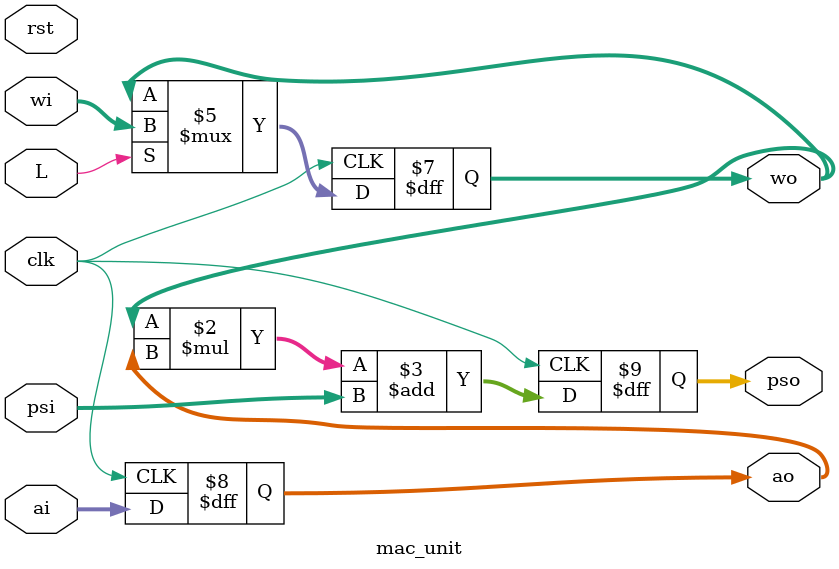
<source format=v>
module mac_unit(
    input wire rst,
    input wire clk,         
    input wire L,           
    input signed [7:0] wi,    
    input signed [17:0] psi,  
    input signed [7:0] ai,    
    output reg signed [7:0] wo,   // Pass Down  
    output reg signed [7:0] ao,   // Pass Right
    output reg signed [17:0] pso  // Pass Down
);
  
   
    always @(posedge clk) begin
        if (rst) begin
            ao <= 0; 
            wo <= 0;
            pso <= 0;
        end
        // Latch activation and weight
        ao <= ai;   
        if (L) begin
            wo <= wi;  // Register wi when L is high
        end else begin
            wo <= wo;  // Retain previous value if L is low
        end
        // Perform the multiply-accumulate operation
        pso <= (wo * ao) + psi; 
    end
endmodule

</source>
